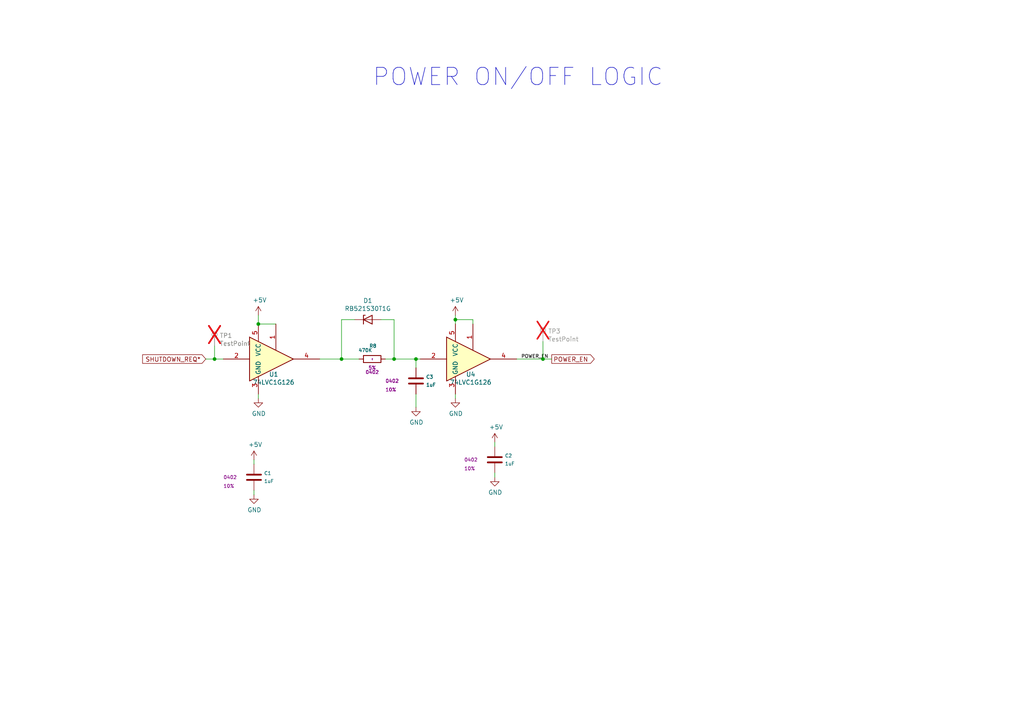
<source format=kicad_sch>
(kicad_sch (version 20231120) (generator "eeschema") (generator_version "8.0")
  (paper "A4")
  (title_block (title "Open Source Educational Baseboard") (date "2020-06-30") (rev "1.1") (company "NVIDIA"))
  (lib_symbols
    (symbol "74xGxx:74LVC1G126"
      (property "Reference" "U" (at 2.54 7.62 0))
      (property "Value" "74LVC1G126" (at 2.54 -7.62 0))
      (symbol "74LVC1G126_0_1"
        (polyline (pts (xy -7.62 6.35) (xy -7.62 -6.35) (xy 5.08 0) (xy -7.62 6.35)) (stroke (width 0.254)) (fill (type background)))
      )
      (symbol "74LVC1G126_1_1"
        (pin input line (at 0 10.16 270) (length 7.62) (name "~") (number "1"))
        (pin input line (at -15.24 0 0) (length 7.62) (name "~") (number "2"))
        (pin power_in line (at -5.08 -10.16 90) (length 5.08) (name "GND") (number "3"))
        (pin tri_state line (at 12.7 0 180) (length 7.62) (name "~") (number "4"))
        (pin power_in line (at -5.08 10.16 270) (length 5.08) (name "VCC") (number "5"))
      )
    )
    (symbol "Connector:TestPoint" (pin_numbers hide) (pin_names (offset 0.762) hide)
      (property "Reference" "TP" (at 0 6.858 0))
      (property "Value" "TestPoint" (at 0 5.08 0))
      (symbol "TestPoint_0_1"
        (circle (center 0 3.302) (radius 0.762))
      )
      (symbol "TestPoint_1_1"
        (pin passive line (at 0 0 90) (length 2.54) (name "1") (number "1"))
      )
    )
    (symbol "Device:C" (pin_numbers hide) (pin_names (offset 0.254))
      (property "Reference" "C" (at 0.635 2.54 0))
      (property "Value" "C" (at 0.635 -2.54 0))
      (symbol "C_0_1"
        (polyline (pts (xy -2.032 -0.762) (xy 2.032 -0.762)) (stroke (width 0.508)))
        (polyline (pts (xy -2.032 0.762) (xy 2.032 0.762)) (stroke (width 0.508)))
      )
      (symbol "C_1_1"
        (pin passive line (at 0 3.81 270) (length 2.794) (name "~") (number "1"))
        (pin passive line (at 0 -3.81 90) (length 2.794) (name "~") (number "2"))
      )
    )
    (symbol "Device:D_Zener" (pin_numbers hide) (pin_names (offset 1.016) hide)
      (property "Reference" "D" (at 0 2.54 0))
      (property "Value" "D_Zener" (at 0 -2.54 0))
      (symbol "D_Zener_0_1"
        (polyline (pts (xy 1.27 0) (xy -1.27 0)))
        (polyline (pts (xy -1.27 -1.27) (xy -1.27 1.27) (xy -0.762 1.27)) (stroke (width 0.254)))
        (polyline (pts (xy 1.27 -1.27) (xy 1.27 1.27) (xy -1.27 0) (xy 1.27 -1.27)) (stroke (width 0.254)))
      )
      (symbol "D_Zener_1_1"
        (pin passive line (at -3.81 0 0) (length 2.54) (name "K") (number "1"))
        (pin passive line (at 3.81 0 180) (length 2.54) (name "A") (number "2"))
      )
    )
    (symbol "Device:R" (pin_numbers hide) (pin_names (offset 0))
      (property "Reference" "R" (at 2.032 0 90))
      (property "Value" "R" (at 0 0 90))
      (symbol "R_0_1"
        (rectangle (start -1.016 -2.54) (end 1.016 2.54) (stroke (width 0.254)))
      )
      (symbol "R_1_1"
        (pin passive line (at 0 3.81 270) (length 1.27) (name "~") (number "1"))
        (pin passive line (at 0 -3.81 90) (length 1.27) (name "~") (number "2"))
      )
    )
    (symbol "power:+5V" (power) (pin_names (offset 0))
      (property "Value" "+5V" (at 0 3.556 0))
      (symbol "+5V_0_1"
        (polyline (pts (xy -0.762 1.27) (xy 0 2.54)))
        (polyline (pts (xy 0 0) (xy 0 2.54)))
        (polyline (pts (xy 0 2.54) (xy 0.762 1.27)))
      )
      (symbol "+5V_1_1"
        (pin power_in line (at 0 0 90) (length 0) hide (name "+5V") (number "1"))
      )
    )
    (symbol "power:GND" (power) (pin_names (offset 0))
      (property "Value" "GND" (at 0 -3.81 0))
      (symbol "GND_0_1"
        (polyline (pts (xy 0 0) (xy 0 -1.27) (xy 1.27 -1.27) (xy 0 -2.54) (xy -1.27 -1.27) (xy 0 -1.27)))
      )
      (symbol "GND_1_1"
        (pin power_in line (at 0 0 270) (length 0) hide (name "GND") (number "1"))
      )
    )
  )
  (junction (at 114.3 104.14))
  (junction (at 157.48 104.14))
  (junction (at 62.23 104.14))
  (junction (at 132.08 92.71))
  (junction (at 120.65 104.14))
  (junction (at 99.06 104.14))
  (junction (at 74.93 93.98))
  (wire (pts (xy 110.49 92.71) (xy 114.3 92.71)))
  (wire (pts (xy 62.23 100.33) (xy 62.23 104.14)))
  (wire (pts (xy 120.65 104.14) (xy 121.92 104.14)))
  (wire (pts (xy 99.06 104.14) (xy 104.14 104.14)))
  (wire (pts (xy 59.69 104.14) (xy 62.23 104.14)))
  (wire (pts (xy 157.48 104.14) (xy 160.02 104.14)))
  (wire (pts (xy 132.08 91.44) (xy 132.08 92.71)))
  (wire (pts (xy 73.66 133.35) (xy 73.66 134.62)))
  (wire (pts (xy 92.71 104.14) (xy 99.06 104.14)))
  (wire (pts (xy 137.16 93.98) (xy 137.16 92.71)))
  (wire (pts (xy 99.06 92.71) (xy 99.06 104.14)))
  (wire (pts (xy 143.51 137.16) (xy 143.51 138.43)))
  (wire (pts (xy 143.51 128.27) (xy 143.51 129.54)))
  (wire (pts (xy 62.23 104.14) (xy 64.77 104.14)))
  (wire (pts (xy 120.65 114.3) (xy 120.65 118.11)))
  (wire (pts (xy 74.93 93.98) (xy 80.01 93.98)))
  (wire (pts (xy 149.86 104.14) (xy 157.48 104.14)))
  (wire (pts (xy 132.08 92.71) (xy 132.08 93.98)))
  (wire (pts (xy 114.3 104.14) (xy 120.65 104.14)))
  (wire (pts (xy 120.65 104.14) (xy 120.65 106.68)))
  (wire (pts (xy 157.48 104.14) (xy 157.48 99.06)))
  (wire (pts (xy 73.66 142.24) (xy 73.66 143.51)))
  (wire (pts (xy 132.08 114.3) (xy 132.08 115.57)))
  (wire (pts (xy 74.93 91.44) (xy 74.93 93.98)))
  (wire (pts (xy 102.87 92.71) (xy 99.06 92.71)))
  (wire (pts (xy 74.93 114.3) (xy 74.93 115.57)))
  (wire (pts (xy 111.76 104.14) (xy 114.3 104.14)))
  (wire (pts (xy 132.08 92.71) (xy 137.16 92.71)))
  (wire (pts (xy 114.3 92.71) (xy 114.3 104.14)))
  (text "POWER ON/OFF LOGIC" (at 107.95 25.4 0) (effects (font (size 5.0038 5.0038)) (justify left bottom)))
  (label "POWER_EN" (at 151.13 104.14 0) (effects (font (size 0.9906 0.9906))))
  (global_label "SHUTDOWN_REQ*" (shape input) (at 59.69 104.14 180) (property "Intersheetrefs" "${INTERSHEET_REFS}" (effects (hide yes))))
  (global_label "POWER_EN" (shape output) (at 160.02 104.14 0) (property "Intersheetrefs" "${INTERSHEET_REFS}" (effects (hide yes))))
  (symbol (lib_id "power:GND") (at 120.65 118.11 0) (unit 1)
    (property "Reference" "#PWR016" (effects (hide yes)))
    (property "Value" "GND" (at 120.777 122.5042 0))
  )
  (symbol (lib_id "Device:D_Zener") (at 106.68 92.71 0) (unit 1)
    (property "Reference" "D1" (at 106.68 87.1982 0))
    (property "Value" "RB521S30T1G" (at 106.68 89.5096 0))
    (property "Footprint" "jetson-nano-baseboard-footprints:SOD-523" (effects (hide yes)))
    (property "MPN" "RB521S30T1G" (effects (hide yes)))
    (property "Manufacturer" "C145179" (effects (hide yes)))
  )
  (symbol (lib_id "74xGxx:74LVC1G126") (at 137.16 104.14 0) (unit 1)
    (property "Reference" "U4" (at 136.525 108.585 0))
    (property "Value" "74LVC1G126" (at 136.525 110.8964 0))
    (property "Footprint" "Package_TO_SOT_SMD:SOT-353_SC-70-5" (effects (hide yes)))
    (property "Datasheet" "http://www.ti.com/lit/sg/scyt129e/scyt129e.pdf" (effects (hide yes)))
    (property "MPN" "74LVC1G126GW,125 " (effects (hide yes)))
    (property "Manufacturer" "C55052" (effects (hide yes)))
  )
  (symbol (lib_id "power:+5V") (at 132.08 91.44 0) (unit 1)
    (property "Reference" "#PWR017" (effects (hide yes)))
    (property "Value" "+5V" (at 132.461 87.0458 0))
  )
  (symbol (lib_id "power:GND") (at 132.08 115.57 0) (unit 1)
    (property "Reference" "#PWR018" (effects (hide yes)))
    (property "Value" "GND" (at 132.207 119.9642 0))
  )
  (symbol (lib_id "Device:R") (at 107.95 104.14 90) (unit 1)
    (property "Reference" "R8" (at 109.22 100.33 90) (effects (font (size 0.9906 0.9906)) (justify left)))
    (property "Value" "470K" (at 107.95 101.6 90) (effects (font (size 0.9906 0.9906)) (justify left)))
    (property "Footprint" "Resistor_SMD:R_0402_1005Metric" (effects (hide yes)))
    (property "Datasheet" "~" (at 107.95 104.14 0) (effects (font (size 0.9906 0.9906))))
    (property "Package" "0402" (at 107.95 107.95 90) (effects (font (size 0.9906 0.9906))))
    (property "Tolerance" "5%" (at 107.95 106.68 90) (effects (font (size 0.9906 0.9906))))
    (property "MPN" "RC0402FR-07470KL " (effects (hide yes)))
    (property "Manufacturer" "C137976" (effects (hide yes)))
  )
  (symbol (lib_id "Device:C") (at 120.65 110.49 0) (unit 1)
    (property "Reference" "C3" (at 123.571 109.3216 0) (effects (font (size 0.9906 0.9906)) (justify left)))
    (property "Value" "1uF" (at 123.571 111.633 0) (effects (font (size 0.9906 0.9906)) (justify left)))
    (property "Footprint" "Capacitor_SMD:C_0402_1005Metric" (effects (hide yes)))
    (property "Package" "0402" (at 111.76 110.49 0) (effects (font (size 0.9906 0.9906)) (justify left)))
    (property "Tolerance" "10%" (at 111.76 113.03 0) (effects (font (size 0.9906 0.9906)) (justify left)))
    (property "MPN" "CL05A105KA5NQNC" (effects (hide yes)))
  )
  (symbol (lib_id "Connector:TestPoint") (at 157.48 99.06 0) (unit 1) (exclude_from_sim yes) (in_bom no) (dnp yes)
    (property "Reference" "TP3" (at 158.9532 96.0628 0) (effects (justify left)))
    (property "Value" "TestPoint" (at 158.9532 98.3742 0) (effects (justify left)))
    (property "Footprint" "TestPoint:TestPoint_Pad_D2.0mm" (effects (hide yes)))
  )
  (symbol (lib_id "power:+5V") (at 74.93 91.44 0) (unit 1)
    (property "Reference" "#PWR01" (effects (hide yes)))
    (property "Value" "+5V" (at 75.311 87.0458 0))
  )
  (symbol (lib_id "power:+5V") (at 73.66 133.35 0) (unit 1)
    (property "Reference" "#PWR06" (effects (hide yes)))
    (property "Value" "+5V" (at 74.041 128.9558 0))
  )
  (symbol (lib_id "power:+5V") (at 143.51 128.27 0) (unit 1)
    (property "Reference" "#PWR03" (effects (hide yes)))
    (property "Value" "+5V" (at 143.891 123.8758 0))
  )
  (symbol (lib_id "74xGxx:74LVC1G126") (at 80.01 104.14 0) (unit 1)
    (property "Reference" "U1" (at 79.375 108.585 0))
    (property "Value" "74LVC1G126" (at 79.375 110.8964 0))
    (property "Footprint" "Package_TO_SOT_SMD:SOT-353_SC-70-5" (effects (hide yes)))
    (property "Datasheet" "http://www.ti.com/lit/sg/scyt129e/scyt129e.pdf" (effects (hide yes)))
    (property "MPN" "74LVC1G126GW,125 " (effects (hide yes)))
    (property "Manufacturer" "C55052" (effects (hide yes)))
  )
  (symbol (lib_id "power:GND") (at 74.93 115.57 0) (unit 1)
    (property "Reference" "#PWR02" (effects (hide yes)))
    (property "Value" "GND" (at 75.057 119.9642 0))
  )
  (symbol (lib_id "Connector:TestPoint") (at 62.23 100.33 0) (unit 1) (in_bom no) (dnp yes)
    (property "Reference" "TP1" (at 63.7032 97.3328 0) (effects (justify left)))
    (property "Value" "TestPoint" (at 63.7032 99.6442 0) (effects (justify left)))
    (property "Footprint" "TestPoint:TestPoint_Pad_D2.0mm" (effects (hide yes)))
  )
  (symbol (lib_id "power:GND") (at 143.51 138.43 0) (unit 1)
    (property "Reference" "#PWR07" (effects (hide yes)))
    (property "Value" "GND" (at 143.637 142.8242 0))
  )
  (symbol (lib_id "power:GND") (at 73.66 143.51 0) (unit 1)
    (property "Reference" "#PWR08" (effects (hide yes)))
    (property "Value" "GND" (at 73.787 147.9042 0))
  )
  (symbol (lib_id "Device:C") (at 143.51 133.35 0) (unit 1)
    (property "Reference" "C2" (at 146.431 132.1816 0) (effects (font (size 0.9906 0.9906)) (justify left)))
    (property "Value" "1uF" (at 146.431 134.493 0) (effects (font (size 0.9906 0.9906)) (justify left)))
    (property "Footprint" "Capacitor_SMD:C_0402_1005Metric" (effects (hide yes)))
    (property "Package" "0402" (at 134.62 133.35 0) (effects (font (size 0.9906 0.9906)) (justify left)))
    (property "Tolerance" "10%" (at 134.62 135.89 0) (effects (font (size 0.9906 0.9906)) (justify left)))
    (property "MPN" "CL05A105KA5NQNC" (effects (hide yes)))
  )
  (symbol (lib_id "Device:C") (at 73.66 138.43 0) (unit 1)
    (property "Reference" "C1" (at 76.581 137.2616 0) (effects (font (size 0.9906 0.9906)) (justify left)))
    (property "Value" "1uF" (at 76.581 139.573 0) (effects (font (size 0.9906 0.9906)) (justify left)))
    (property "Footprint" "Capacitor_SMD:C_0402_1005Metric" (effects (hide yes)))
    (property "Package" "0402" (at 64.77 138.43 0) (effects (font (size 0.9906 0.9906)) (justify left)))
    (property "Tolerance" "10%" (at 64.77 140.97 0) (effects (font (size 0.9906 0.9906)) (justify left)))
    (property "MPN" "CL05A105KA5NQNC" (effects (hide yes)))
  )
)
</source>
